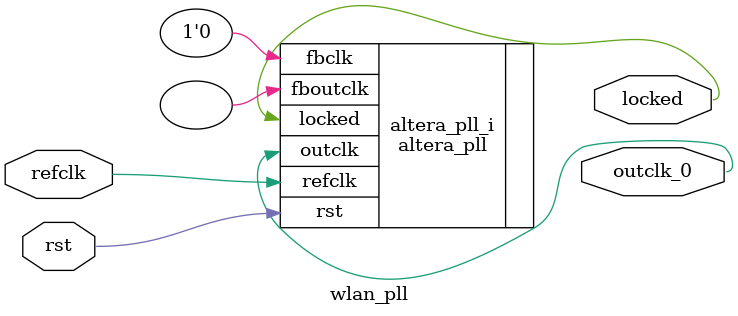
<source format=v>
`timescale 1ns/10ps
module  wlan_pll(

	// interface 'refclk'
	input wire refclk,

	// interface 'reset'
	input wire rst,

	// interface 'outclk0'
	output wire outclk_0,

	// interface 'locked'
	output wire locked
);

	altera_pll #(
		.fractional_vco_multiplier("false"),
		.reference_clock_frequency("40.0 MHz"),
		.operation_mode("direct"),
		.number_of_clocks(1),
		.output_clock_frequency0("80.000000 MHz"),
		.phase_shift0("0 ps"),
		.duty_cycle0(50),
		.output_clock_frequency1("0 MHz"),
		.phase_shift1("0 ps"),
		.duty_cycle1(50),
		.output_clock_frequency2("0 MHz"),
		.phase_shift2("0 ps"),
		.duty_cycle2(50),
		.output_clock_frequency3("0 MHz"),
		.phase_shift3("0 ps"),
		.duty_cycle3(50),
		.output_clock_frequency4("0 MHz"),
		.phase_shift4("0 ps"),
		.duty_cycle4(50),
		.output_clock_frequency5("0 MHz"),
		.phase_shift5("0 ps"),
		.duty_cycle5(50),
		.output_clock_frequency6("0 MHz"),
		.phase_shift6("0 ps"),
		.duty_cycle6(50),
		.output_clock_frequency7("0 MHz"),
		.phase_shift7("0 ps"),
		.duty_cycle7(50),
		.output_clock_frequency8("0 MHz"),
		.phase_shift8("0 ps"),
		.duty_cycle8(50),
		.output_clock_frequency9("0 MHz"),
		.phase_shift9("0 ps"),
		.duty_cycle9(50),
		.output_clock_frequency10("0 MHz"),
		.phase_shift10("0 ps"),
		.duty_cycle10(50),
		.output_clock_frequency11("0 MHz"),
		.phase_shift11("0 ps"),
		.duty_cycle11(50),
		.output_clock_frequency12("0 MHz"),
		.phase_shift12("0 ps"),
		.duty_cycle12(50),
		.output_clock_frequency13("0 MHz"),
		.phase_shift13("0 ps"),
		.duty_cycle13(50),
		.output_clock_frequency14("0 MHz"),
		.phase_shift14("0 ps"),
		.duty_cycle14(50),
		.output_clock_frequency15("0 MHz"),
		.phase_shift15("0 ps"),
		.duty_cycle15(50),
		.output_clock_frequency16("0 MHz"),
		.phase_shift16("0 ps"),
		.duty_cycle16(50),
		.output_clock_frequency17("0 MHz"),
		.phase_shift17("0 ps"),
		.duty_cycle17(50),
		.pll_type("General"),
		.pll_subtype("General")
	) altera_pll_i (
		.rst	(rst),
		.outclk	({outclk_0}),
		.locked	(locked),
		.fboutclk	( ),
		.fbclk	(1'b0),
		.refclk	(refclk)
	);
endmodule


</source>
